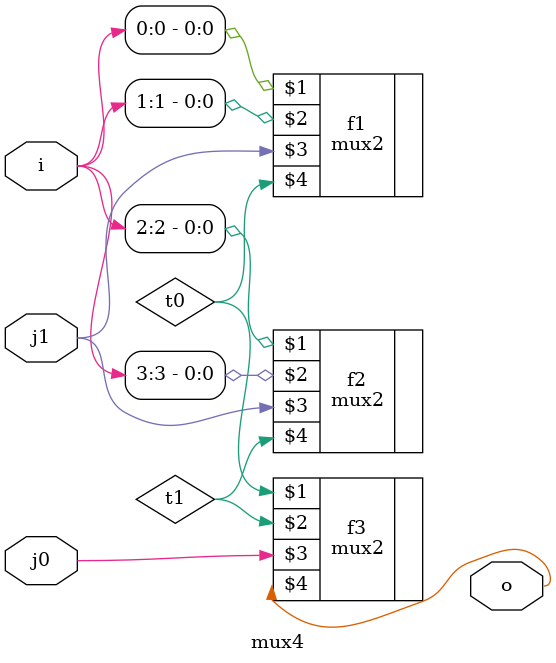
<source format=v>
module mux4 (input wire [0:3] i, input wire j1, j0, output wire o);
	wire  t0, t1;
	mux2 f1 (i[0], i[1], j1, t0);
	mux2 f2 (i[2], i[3], j1, t1);
	mux2 f3 (t0, t1, j0, o);
endmodule

</source>
